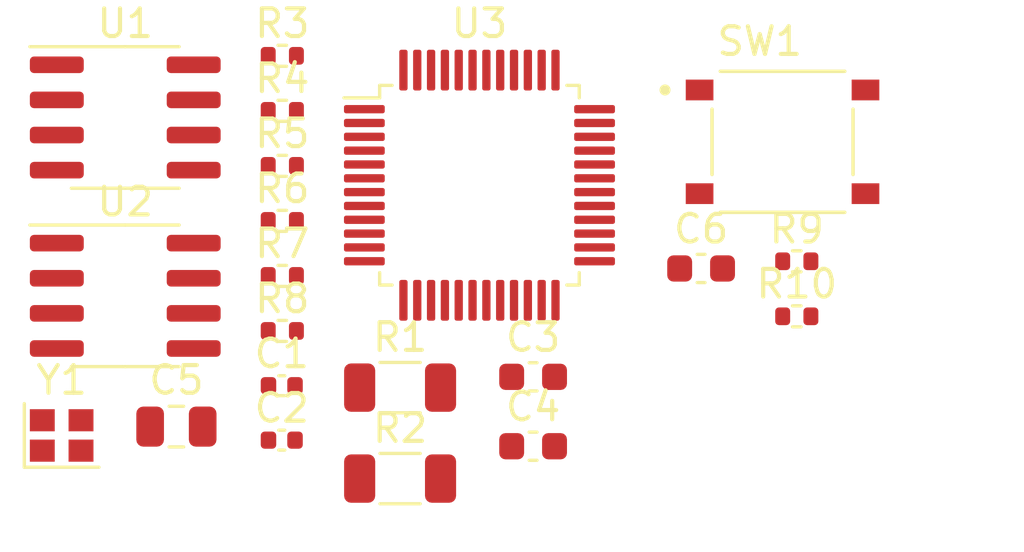
<source format=kicad_pcb>
(kicad_pcb (version 20221018) (generator pcbnew)
  (layers (0 "F.Cu" signal) (31 "B.Cu" signal) (34 "B.Paste" user) (35 "F.Paste" user) (36 "B.SilkS" user "B.Silkscreen") (37 "F.SilkS" user "F.Silkscreen") (38 "B.Mask" user) (39 "F.Mask" user) (44 "Edge.Cuts" user))
  (net 0 "")
  (net 1 "Earth")
  (net 2 "Net-(U3-PF0)")
  (net 3 "Net-(U3-PF1)")
  (net 4 "Net-(U3-VBAT)")
  (net 5 "Net-(U3-VREF+)")
  (net 6 "Net-(U1-CANL)")
  (net 7 "Net-(U1-CANH)")
  (net 8 "/FDCAN1_TX")
  (net 9 "Net-(U3-PD1)")
  (net 10 "Net-(U1-RXD)")
  (net 11 "/FDCAN1_RX")
  (net 12 "Net-(U2-RXD)")
  (net 13 "/FDCAN2_RX")
  (net 14 "Net-(U3-PB1)")
  (net 15 "/FDCAN2_TX")
  (net 16 "Net-(U3-PB10)")
  (net 17 "/FDCAN2_S")
  (net 18 "/FDCAN1_S")
  (net 19 "Net-(U3-PD3)")
  (net 29 "Net-(U3-PF2)")
  (net 51 "/SWDIO")
  (net 52 "/SWDCLK")
  (footprint "Capacitor_SMD:C_0402_1005Metric" (layer "F.Cu") (at 29.124 34.132)
    (fp_text reference "C1" (at 0 -1.16) (layer "F.SilkS"))
    (fp_text value "15p")
    (fp_line (start -0.107836 -0.36) (end 0.107836 -0.36) (stroke (width 0.12)) (layer "F.SilkS"))
    (fp_line (start -0.107836 0.36) (end 0.107836 0.36) (stroke (width 0.12)) (layer "F.SilkS"))
    (pad "1" smd roundrect (at -0.48 0) (size 0.56 0.62) (layers "F.Cu" "F.Paste" "F.Mask") (net 1 "Earth"))
    (pad "2" smd roundrect (at 0.48 0) (size 0.56 0.62) (layers "F.Cu" "F.Paste" "F.Mask") (net 2 "Net-(U3-PF0)"))
  )
  (footprint "Resistor_SMD:R_0402_1005Metric" (layer "F.Cu") (at 29.144 22.202)
    (fp_text reference "R3" (at 0 -1.17) (layer "F.SilkS"))
    (fp_text value "0")
    (fp_line (start -0.153641 -0.38) (end 0.153641 -0.38) (stroke (width 0.12)) (layer "F.SilkS"))
    (fp_line (start -0.153641 0.38) (end 0.153641 0.38) (stroke (width 0.12)) (layer "F.SilkS"))
    (pad "1" smd roundrect (at -0.51 0) (size 0.54 0.64) (layers "F.Cu" "F.Paste" "F.Mask") (net 8 "/FDCAN1_TX"))
    (pad "2" smd roundrect (at 0.51 0) (size 0.54 0.64) (layers "F.Cu" "F.Paste" "F.Mask") (net 9 "Net-(U3-PD1)"))
  )
  (footprint "Crystal:Crystal_SMD_2016-4Pin_2.0x1.6mm" (layer "F.Cu") (at 21.164 35.932)
    (fp_text reference "Y1" (at 0 -2) (layer "F.SilkS"))
    (fp_text value "40M")
    (fp_line (start -1.35 -1.15) (end -1.35 1.15) (stroke (width 0.12)) (layer "F.SilkS"))
    (fp_line (start -1.35 1.15) (end 1.35 1.15) (stroke (width 0.12)) (layer "F.SilkS"))
    (pad "1" smd rect (at -0.7 0.55) (size 0.9 0.8) (layers "F.Cu" "F.Paste" "F.Mask") (net 2 "Net-(U3-PF0)"))
    (pad "2" smd rect (at 0.7 0.55) (size 0.9 0.8) (layers "F.Cu" "F.Paste" "F.Mask") (net 1 "Earth"))
    (pad "3" smd rect (at 0.7 -0.55) (size 0.9 0.8) (layers "F.Cu" "F.Paste" "F.Mask") (net 3 "Net-(U3-PF1)"))
    (pad "4" smd rect (at -0.7 -0.55) (size 0.9 0.8) (layers "F.Cu" "F.Paste" "F.Mask") (net 1 "Earth"))
  )
  (footprint "Resistor_SMD:R_0402_1005Metric" (layer "F.Cu") (at 47.75 31.623)
    (fp_text reference "R10" (at 0 -1.17) (layer "F.SilkS"))
    (fp_text value "10k")
    (fp_line (start -0.153641 -0.38) (end 0.153641 -0.38) (stroke (width 0.12)) (layer "F.SilkS"))
    (fp_line (start -0.153641 0.38) (end 0.153641 0.38) (stroke (width 0.12)) (layer "F.SilkS"))
    (pad "1" smd roundrect (at -0.51 0) (size 0.54 0.64) (layers "F.Cu" "F.Paste" "F.Mask") (net 17 "/FDCAN2_S"))
    (pad "2" smd roundrect (at 0.51 0) (size 0.54 0.64) (layers "F.Cu" "F.Paste" "F.Mask") (net 1 "Earth"))
  )
  (footprint "Capacitor_SMD:C_0603_1608Metric" (layer "F.Cu") (at 38.214 33.812)
    (fp_text reference "C3" (at 0 -1.43) (layer "F.SilkS"))
    (fp_text value "100n")
    (fp_line (start -0.14058 -0.51) (end 0.14058 -0.51) (stroke (width 0.12)) (layer "F.SilkS"))
    (fp_line (start -0.14058 0.51) (end 0.14058 0.51) (stroke (width 0.12)) (layer "F.SilkS"))
    (pad "1" smd roundrect (at -0.775 0) (size 0.9 0.95) (layers "F.Cu" "F.Paste" "F.Mask") (net 1 "Earth"))
    (pad "2" smd roundrect (at 0.775 0) (size 0.9 0.95) (layers "F.Cu" "F.Paste" "F.Mask") (net 4 "Net-(U3-VBAT)"))
  )
  (footprint "Capacitor_SMD:C_0805_2012Metric" (layer "F.Cu") (at 25.314 35.612)
    (fp_text reference "C5" (at 0 -1.68) (layer "F.SilkS"))
    (fp_text value "4.7u")
    (fp_line (start -0.261252 -0.735) (end 0.261252 -0.735) (stroke (width 0.12)) (layer "F.SilkS"))
    (fp_line (start -0.261252 0.735) (end 0.261252 0.735) (stroke (width 0.12)) (layer "F.SilkS"))
    (pad "1" smd roundrect (at -0.95 0) (size 1 1.45) (layers "F.Cu" "F.Paste" "F.Mask") (net 1 "Earth"))
    (pad "2" smd roundrect (at 0.95 0) (size 1 1.45) (layers "F.Cu" "F.Paste" "F.Mask") (net 4 "Net-(U3-VBAT)"))
  )
  (footprint "Resistor_SMD:R_0402_1005Metric" (layer "F.Cu") (at 29.144 30.162)
    (fp_text reference "R7" (at 0 -1.17) (layer "F.SilkS"))
    (fp_text value "0")
    (fp_line (start -0.153641 -0.38) (end 0.153641 -0.38) (stroke (width 0.12)) (layer "F.SilkS"))
    (fp_line (start -0.153641 0.38) (end 0.153641 0.38) (stroke (width 0.12)) (layer "F.SilkS"))
    (pad "1" smd roundrect (at -0.51 0) (size 0.54 0.64) (layers "F.Cu" "F.Paste" "F.Mask") (net 16 "Net-(U3-PB10)"))
    (pad "2" smd roundrect (at 0.51 0) (size 0.54 0.64) (layers "F.Cu" "F.Paste" "F.Mask") (net 17 "/FDCAN2_S"))
  )
  (footprint "Resistor_SMD:R_0402_1005Metric" (layer "F.Cu") (at 29.144 26.182)
    (fp_text reference "R5" (at 0 -1.17) (layer "F.SilkS"))
    (fp_text value "0")
    (fp_line (start -0.153641 -0.38) (end 0.153641 -0.38) (stroke (width 0.12)) (layer "F.SilkS"))
    (fp_line (start -0.153641 0.38) (end 0.153641 0.38) (stroke (width 0.12)) (layer "F.SilkS"))
    (pad "1" smd roundrect (at -0.51 0) (size 0.54 0.64) (layers "F.Cu" "F.Paste" "F.Mask") (net 12 "Net-(U2-RXD)"))
    (pad "2" smd roundrect (at 0.51 0) (size 0.54 0.64) (layers "F.Cu" "F.Paste" "F.Mask") (net 13 "/FDCAN2_RX"))
  )
  (footprint "Capacitor_SMD:C_0402_1005Metric" (layer "F.Cu") (at 29.124 36.102)
    (fp_text reference "C2" (at 0 -1.16) (layer "F.SilkS"))
    (fp_text value "15p")
    (fp_line (start -0.107836 -0.36) (end 0.107836 -0.36) (stroke (width 0.12)) (layer "F.SilkS"))
    (fp_line (start -0.107836 0.36) (end 0.107836 0.36) (stroke (width 0.12)) (layer "F.SilkS"))
    (pad "1" smd roundrect (at -0.48 0) (size 0.56 0.62) (layers "F.Cu" "F.Paste" "F.Mask") (net 1 "Earth"))
    (pad "2" smd roundrect (at 0.48 0) (size 0.56 0.62) (layers "F.Cu" "F.Paste" "F.Mask") (net 3 "Net-(U3-PF1)"))
  )
  (footprint "Resistor_SMD:R_0402_1005Metric" (layer "F.Cu") (at 29.144 28.172)
    (fp_text reference "R6" (at 0 -1.17) (layer "F.SilkS"))
    (fp_text value "0")
    (fp_line (start -0.153641 -0.38) (end 0.153641 -0.38) (stroke (width 0.12)) (layer "F.SilkS"))
    (fp_line (start -0.153641 0.38) (end 0.153641 0.38) (stroke (width 0.12)) (layer "F.SilkS"))
    (pad "1" smd roundrect (at -0.51 0) (size 0.54 0.64) (layers "F.Cu" "F.Paste" "F.Mask") (net 14 "Net-(U3-PB1)"))
    (pad "2" smd roundrect (at 0.51 0) (size 0.54 0.64) (layers "F.Cu" "F.Paste" "F.Mask") (net 15 "/FDCAN2_TX"))
  )
  (footprint "Resistor_SMD:R_1206_3216Metric" (layer "F.Cu") (at 33.404 34.202)
    (fp_text reference "R1" (at 0 -1.82) (layer "F.SilkS"))
    (fp_text value "120")
    (fp_line (start -0.727064 -0.91) (end 0.727064 -0.91) (stroke (width 0.12)) (layer "F.SilkS"))
    (fp_line (start -0.727064 0.91) (end 0.727064 0.91) (stroke (width 0.12)) (layer "F.SilkS"))
    (pad "1" smd roundrect (at -1.4625 0) (size 1.125 1.75) (layers "F.Cu" "F.Paste" "F.Mask") (roundrect_rratio 0.222222) (net 6 "Net-(U1-CANL)"))
    (pad "2" smd roundrect (at 1.4625 0) (size 1.125 1.75) (layers "F.Cu" "F.Paste" "F.Mask") (roundrect_rratio 0.222222) (net 7 "Net-(U1-CANH)"))
  )
  (footprint "Resistor_SMD:R_0402_1005Metric" (layer "F.Cu") (at 29.144 24.192)
    (fp_text reference "R4" (at 0 -1.17) (layer "F.SilkS"))
    (fp_text value "0")
    (fp_line (start -0.153641 -0.38) (end 0.153641 -0.38) (stroke (width 0.12)) (layer "F.SilkS"))
    (fp_line (start -0.153641 0.38) (end 0.153641 0.38) (stroke (width 0.12)) (layer "F.SilkS"))
    (pad "1" smd roundrect (at -0.51 0) (size 0.54 0.64) (layers "F.Cu" "F.Paste" "F.Mask") (net 10 "Net-(U1-RXD)"))
    (pad "2" smd roundrect (at 0.51 0) (size 0.54 0.64) (layers "F.Cu" "F.Paste" "F.Mask") (net 11 "/FDCAN1_RX"))
  )
  (footprint "Package_SO:SOIC-8_3.9x4.9mm_P1.27mm" (layer "F.Cu") (at 23.464 24.432)
    (fp_text reference "U1" (at 0 -3.4) (layer "F.SilkS"))
    (fp_text value "MCP2558FD")
    (fp_line (start 0 -2.56) (end -3.45 -2.56) (stroke (width 0.12)) (layer "F.SilkS"))
    (fp_line (start 0 -2.56) (end 1.95 -2.56) (stroke (width 0.12)) (layer "F.SilkS"))
    (fp_line (start 0 2.56) (end -1.95 2.56) (stroke (width 0.12)) (layer "F.SilkS"))
    (fp_line (start 0 2.56) (end 1.95 2.56) (stroke (width 0.12)) (layer "F.SilkS"))
    (pad "1" smd roundrect (at -2.475 -1.905) (size 1.95 0.6) (layers "F.Cu" "F.Paste" "F.Mask") (net 8 "/FDCAN1_TX"))
    (pad "2" smd roundrect (at -2.475 -0.635) (size 1.95 0.6) (layers "F.Cu" "F.Paste" "F.Mask") (net 1 "Earth"))
    (pad "3" smd roundrect (at -2.475 0.635) (size 1.95 0.6) (layers "F.Cu" "F.Paste" "F.Mask"))
    (pad "4" smd roundrect (at -2.475 1.905) (size 1.95 0.6) (layers "F.Cu" "F.Paste" "F.Mask") (net 10 "Net-(U1-RXD)"))
    (pad "5" smd roundrect (at 2.475 1.905) (size 1.95 0.6) (layers "F.Cu" "F.Paste" "F.Mask"))
    (pad "6" smd roundrect (at 2.475 0.635) (size 1.95 0.6) (layers "F.Cu" "F.Paste" "F.Mask") (net 6 "Net-(U1-CANL)"))
    (pad "7" smd roundrect (at 2.475 -0.635) (size 1.95 0.6) (layers "F.Cu" "F.Paste" "F.Mask") (net 7 "Net-(U1-CANH)"))
    (pad "8" smd roundrect (at 2.475 -1.905) (size 1.95 0.6) (layers "F.Cu" "F.Paste" "F.Mask") (net 18 "/FDCAN1_S"))
  )
  (footprint "Package_QFP:LQFP-48_7x7mm_P0.5mm" (layer "F.Cu") (at 36.274 26.882)
    (fp_text reference "U3" (at 0 -5.85) (layer "F.SilkS"))
    (fp_text value "STM32G0B1")
    (fp_line (start -3.61 -3.61) (end -3.61 -3.16) (stroke (width 0.12)) (layer "F.SilkS"))
    (fp_line (start -3.61 -3.16) (end -4.9 -3.16) (stroke (width 0.12)) (layer "F.SilkS"))
    (fp_line (start -3.61 3.61) (end -3.61 3.16) (stroke (width 0.12)) (layer "F.SilkS"))
    (fp_line (start -3.16 -3.61) (end -3.61 -3.61) (stroke (width 0.12)) (layer "F.SilkS"))
    (fp_line (start -3.16 3.61) (end -3.61 3.61) (stroke (width 0.12)) (layer "F.SilkS"))
    (fp_line (start 3.16 -3.61) (end 3.61 -3.61) (stroke (width 0.12)) (layer "F.SilkS"))
    (fp_line (start 3.16 3.61) (end 3.61 3.61) (stroke (width 0.12)) (layer "F.SilkS"))
    (fp_line (start 3.61 -3.61) (end 3.61 -3.16) (stroke (width 0.12)) (layer "F.SilkS"))
    (fp_line (start 3.61 3.61) (end 3.61 3.16) (stroke (width 0.12)) (layer "F.SilkS"))
    (pad "1" smd roundrect (at -4.1625 -2.75) (size 1.475 0.3) (layers "F.Cu" "F.Paste" "F.Mask"))
    (pad "2" smd roundrect (at -4.1625 -2.25) (size 1.475 0.3) (layers "F.Cu" "F.Paste" "F.Mask"))
    (pad "3" smd roundrect (at -4.1625 -1.75) (size 1.475 0.3) (layers "F.Cu" "F.Paste" "F.Mask"))
    (pad "4" smd roundrect (at -4.1625 -1.25) (size 1.475 0.3) (layers "F.Cu" "F.Paste" "F.Mask") (net 4 "Net-(U3-VBAT)"))
    (pad "5" smd roundrect (at -4.1625 -0.75) (size 1.475 0.3) (layers "F.Cu" "F.Paste" "F.Mask") (net 5 "Net-(U3-VREF+)"))
    (pad "6" smd roundrect (at -4.1625 -0.25) (size 1.475 0.3) (layers "F.Cu" "F.Paste" "F.Mask") (net 4 "Net-(U3-VBAT)"))
    (pad "7" smd roundrect (at -4.1625 0.25) (size 1.475 0.3) (layers "F.Cu" "F.Paste" "F.Mask") (net 1 "Earth"))
    (pad "8" smd roundrect (at -4.1625 0.75) (size 1.475 0.3) (layers "F.Cu" "F.Paste" "F.Mask") (net 2 "Net-(U3-PF0)"))
    (pad "9" smd roundrect (at -4.1625 1.25) (size 1.475 0.3) (layers "F.Cu" "F.Paste" "F.Mask") (net 3 "Net-(U3-PF1)"))
    (pad "10" smd roundrect (at -4.1625 1.75) (size 1.475 0.3) (layers "F.Cu" "F.Paste" "F.Mask") (net 29 "Net-(U3-PF2)"))
    (pad "11" smd roundrect (at -4.1625 2.25) (size 1.475 0.3) (layers "F.Cu" "F.Paste" "F.Mask"))
    (pad "12" smd roundrect (at -4.1625 2.75) (size 1.475 0.3) (layers "F.Cu" "F.Paste" "F.Mask"))
    (pad "13" smd roundrect (at -2.75 4.1625) (size 0.3 1.475) (layers "F.Cu" "F.Paste" "F.Mask"))
    (pad "14" smd roundrect (at -2.25 4.1625) (size 0.3 1.475) (layers "F.Cu" "F.Paste" "F.Mask"))
    (pad "15" smd roundrect (at -1.75 4.1625) (size 0.3 1.475) (layers "F.Cu" "F.Paste" "F.Mask"))
    (pad "16" smd roundrect (at -1.25 4.1625) (size 0.3 1.475) (layers "F.Cu" "F.Paste" "F.Mask"))
    (pad "17" smd roundrect (at -0.75 4.1625) (size 0.3 1.475) (layers "F.Cu" "F.Paste" "F.Mask"))
    (pad "18" smd roundrect (at -0.25 4.1625) (size 0.3 1.475) (layers "F.Cu" "F.Paste" "F.Mask"))
    (pad "19" smd roundrect (at 0.25 4.1625) (size 0.3 1.475) (layers "F.Cu" "F.Paste" "F.Mask") (net 13 "/FDCAN2_RX"))
    (pad "20" smd roundrect (at 0.75 4.1625) (size 0.3 1.475) (layers "F.Cu" "F.Paste" "F.Mask") (net 14 "Net-(U3-PB1)"))
    (pad "21" smd roundrect (at 1.25 4.1625) (size 0.3 1.475) (layers "F.Cu" "F.Paste" "F.Mask"))
    (pad "22" smd roundrect (at 1.75 4.1625) (size 0.3 1.475) (layers "F.Cu" "F.Paste" "F.Mask") (net 16 "Net-(U3-PB10)"))
    (pad "23" smd roundrect (at 2.25 4.1625) (size 0.3 1.475) (layers "F.Cu" "F.Paste" "F.Mask"))
    (pad "24" smd roundrect (at 2.75 4.1625) (size 0.3 1.475) (layers "F.Cu" "F.Paste" "F.Mask"))
    (pad "25" smd roundrect (at 4.1625 2.75) (size 1.475 0.3) (layers "F.Cu" "F.Paste" "F.Mask"))
    (pad "26" smd roundrect (at 4.1625 2.25) (size 1.475 0.3) (layers "F.Cu" "F.Paste" "F.Mask"))
    (pad "27" smd roundrect (at 4.1625 1.75) (size 1.475 0.3) (layers "F.Cu" "F.Paste" "F.Mask"))
    (pad "28" smd roundrect (at 4.1625 1.25) (size 1.475 0.3) (layers "F.Cu" "F.Paste" "F.Mask"))
    (pad "29" smd roundrect (at 4.1625 0.75) (size 1.475 0.3) (layers "F.Cu" "F.Paste" "F.Mask"))
    (pad "30" smd roundrect (at 4.1625 0.25) (size 1.475 0.3) (layers "F.Cu" "F.Paste" "F.Mask"))
    (pad "31" smd roundrect (at 4.1625 -0.25) (size 1.475 0.3) (layers "F.Cu" "F.Paste" "F.Mask"))
    (pad "32" smd roundrect (at 4.1625 -0.75) (size 1.475 0.3) (layers "F.Cu" "F.Paste" "F.Mask"))
    (pad "33" smd roundrect (at 4.1625 -1.25) (size 1.475 0.3) (layers "F.Cu" "F.Paste" "F.Mask"))
    (pad "34" smd roundrect (at 4.1625 -1.75) (size 1.475 0.3) (layers "F.Cu" "F.Paste" "F.Mask"))
    (pad "35" smd roundrect (at 4.1625 -2.25) (size 1.475 0.3) (layers "F.Cu" "F.Paste" "F.Mask") (net 51 "/SWDIO"))
    (pad "36" smd roundrect (at 4.1625 -2.75) (size 1.475 0.3) (layers "F.Cu" "F.Paste" "F.Mask") (net 52 "/SWDCLK"))
    (pad "37" smd roundrect (at 2.75 -4.1625) (size 0.3 1.475) (layers "F.Cu" "F.Paste" "F.Mask"))
    (pad "38" smd roundrect (at 2.25 -4.1625) (size 0.3 1.475) (layers "F.Cu" "F.Paste" "F.Mask") (net 11 "/FDCAN1_RX"))
    (pad "39" smd roundrect (at 1.75 -4.1625) (size 0.3 1.475) (layers "F.Cu" "F.Paste" "F.Mask") (net 9 "Net-(U3-PD1)"))
    (pad "40" smd roundrect (at 1.25 -4.1625) (size 0.3 1.475) (layers "F.Cu" "F.Paste" "F.Mask"))
    (pad "41" smd roundrect (at 0.75 -4.1625) (size 0.3 1.475) (layers "F.Cu" "F.Paste" "F.Mask") (net 19 "Net-(U3-PD3)"))
    (pad "42" smd roundrect (at 0.25 -4.1625) (size 0.3 1.475) (layers "F.Cu" "F.Paste" "F.Mask"))
    (pad "43" smd roundrect (at -0.25 -4.1625) (size 0.3 1.475) (layers "F.Cu" "F.Paste" "F.Mask"))
    (pad "44" smd roundrect (at -0.75 -4.1625) (size 0.3 1.475) (layers "F.Cu" "F.Paste" "F.Mask"))
    (pad "45" smd roundrect (at -1.25 -4.1625) (size 0.3 1.475) (layers "F.Cu" "F.Paste" "F.Mask"))
    (pad "46" smd roundrect (at -1.75 -4.1625) (size 0.3 1.475) (layers "F.Cu" "F.Paste" "F.Mask"))
    (pad "47" smd roundrect (at -2.25 -4.1625) (size 0.3 1.475) (layers "F.Cu" "F.Paste" "F.Mask"))
    (pad "48" smd roundrect (at -2.75 -4.1625) (size 0.3 1.475) (layers "F.Cu" "F.Paste" "F.Mask"))
  )
  (footprint "Resistor_SMD:R_1206_3216Metric" (layer "F.Cu") (at 33.404 37.492)
    (fp_text reference "R2" (at 0 -1.82) (layer "F.SilkS"))
    (fp_text value "120")
    (fp_line (start -0.727064 -0.91) (end 0.727064 -0.91) (stroke (width 0.12)) (layer "F.SilkS"))
    (fp_line (start -0.727064 0.91) (end 0.727064 0.91) (stroke (width 0.12)) (layer "F.SilkS"))
    (pad "1" smd roundrect (at -1.4625 0) (size 1.125 1.75) (layers "F.Cu" "F.Paste" "F.Mask") (roundrect_rratio 0.222222) (net 6 "Net-(U1-CANL)"))
    (pad "2" smd roundrect (at 1.4625 0) (size 1.125 1.75) (layers "F.Cu" "F.Paste" "F.Mask") (roundrect_rratio 0.222222) (net 7 "Net-(U1-CANH)"))
  )
  (footprint "Capacitor_SMD:C_0603_1608Metric" (layer "F.Cu") (at 44.29 29.893)
    (fp_text reference "C6" (at 0 -1.43) (layer "F.SilkS"))
    (fp_text value "100n")
    (fp_line (start -0.14058 -0.51) (end 0.14058 -0.51) (stroke (width 0.12)) (layer "F.SilkS"))
    (fp_line (start -0.14058 0.51) (end 0.14058 0.51) (stroke (width 0.12)) (layer "F.SilkS"))
    (pad "1" smd roundrect (at -0.775 0) (size 0.9 0.95) (layers "F.Cu" "F.Paste" "F.Mask") (net 29 "Net-(U3-PF2)"))
    (pad "2" smd roundrect (at 0.775 0) (size 0.9 0.95) (layers "F.Cu" "F.Paste" "F.Mask") (net 1 "Earth"))
  )
  (footprint "Package_SO:SOIC-8_3.9x4.9mm_P1.27mm" (layer "F.Cu") (at 23.464 30.882)
    (fp_text reference "U2" (at 0 -3.4) (layer "F.SilkS"))
    (fp_text value "MCP2558FD")
    (fp_line (start 0 -2.56) (end -3.45 -2.56) (stroke (width 0.12)) (layer "F.SilkS"))
    (fp_line (start 0 -2.56) (end 1.95 -2.56) (stroke (width 0.12)) (layer "F.SilkS"))
    (fp_line (start 0 2.56) (end -1.95 2.56) (stroke (width 0.12)) (layer "F.SilkS"))
    (fp_line (start 0 2.56) (end 1.95 2.56) (stroke (width 0.12)) (layer "F.SilkS"))
    (pad "1" smd roundrect (at -2.475 -1.905) (size 1.95 0.6) (layers "F.Cu" "F.Paste" "F.Mask") (net 15 "/FDCAN2_TX"))
    (pad "2" smd roundrect (at -2.475 -0.635) (size 1.95 0.6) (layers "F.Cu" "F.Paste" "F.Mask") (net 1 "Earth"))
    (pad "3" smd roundrect (at -2.475 0.635) (size 1.95 0.6) (layers "F.Cu" "F.Paste" "F.Mask"))
    (pad "4" smd roundrect (at -2.475 1.905) (size 1.95 0.6) (layers "F.Cu" "F.Paste" "F.Mask") (net 12 "Net-(U2-RXD)"))
    (pad "5" smd roundrect (at 2.475 1.905) (size 1.95 0.6) (layers "F.Cu" "F.Paste" "F.Mask"))
    (pad "6" smd roundrect (at 2.475 0.635) (size 1.95 0.6) (layers "F.Cu" "F.Paste" "F.Mask"))
    (pad "7" smd roundrect (at 2.475 -0.635) (size 1.95 0.6) (layers "F.Cu" "F.Paste" "F.Mask"))
    (pad "8" smd roundrect (at 2.475 -1.905) (size 1.95 0.6) (layers "F.Cu" "F.Paste" "F.Mask") (net 17 "/FDCAN2_S"))
  )
  (footprint "Resistor_SMD:R_0402_1005Metric" (layer "F.Cu") (at 29.144 32.152)
    (fp_text reference "R8" (at 0 -1.17) (layer "F.SilkS"))
    (fp_text value "0")
    (fp_line (start -0.153641 -0.38) (end 0.153641 -0.38) (stroke (width 0.12)) (layer "F.SilkS"))
    (fp_line (start -0.153641 0.38) (end 0.153641 0.38) (stroke (width 0.12)) (layer "F.SilkS"))
    (pad "1" smd roundrect (at -0.51 0) (size 0.54 0.64) (layers "F.Cu" "F.Paste" "F.Mask") (net 18 "/FDCAN1_S"))
    (pad "2" smd roundrect (at 0.51 0) (size 0.54 0.64) (layers "F.Cu" "F.Paste" "F.Mask") (net 19 "Net-(U3-PD3)"))
  )
  (footprint "libdb:CMP-0011" (layer "F.Cu") (at 47.235 25.313)
    (fp_text reference "SW1" (at -0.825 -3.635) (layer "F.SilkS"))
    (fp_text value "SPST")
    (fp_line (start -2.55 -1.18) (end -2.55 1.18) (stroke (width 0.127)) (layer "F.SilkS"))
    (fp_line (start 2.25 -2.55) (end -2.25 -2.55) (stroke (width 0.127)) (layer "F.SilkS"))
    (fp_line (start 2.25 2.55) (end -2.25 2.55) (stroke (width 0.127)) (layer "F.SilkS"))
    (fp_line (start 2.55 1.18) (end 2.55 -1.18) (stroke (width 0.127)) (layer "F.SilkS"))
    (fp_circle (center -4.25 -1.875) (end -4.15 -1.875) (stroke (width 0.2)) (fill none) (layer "F.SilkS"))
    (pad "1" smd rect (at -3 -1.875) (size 1 0.75) (layers "F.Cu" "F.Paste" "F.Mask") (net 1 "Earth"))
    (pad "1" smd rect (at 3 -1.875) (size 1 0.75) (layers "F.Cu" "F.Paste" "F.Mask") (net 1 "Earth"))
    (pad "2" smd rect (at -3 1.875) (size 1 0.75) (layers "F.Cu" "F.Paste" "F.Mask") (net 29 "Net-(U3-PF2)"))
    (pad "2" smd rect (at 3 1.875) (size 1 0.75) (layers "F.Cu" "F.Paste" "F.Mask") (net 29 "Net-(U3-PF2)"))
  )
  (footprint "Capacitor_SMD:C_0603_1608Metric" (layer "F.Cu") (at 38.214 36.322)
    (fp_text reference "C4" (at 0 -1.43) (layer "F.SilkS"))
    (fp_text value "100n")
    (fp_line (start -0.14058 -0.51) (end 0.14058 -0.51) (stroke (width 0.12)) (layer "F.SilkS"))
    (fp_line (start -0.14058 0.51) (end 0.14058 0.51) (stroke (width 0.12)) (layer "F.SilkS"))
    (pad "1" smd roundrect (at -0.775 0) (size 0.9 0.95) (layers "F.Cu" "F.Paste" "F.Mask") (net 1 "Earth"))
    (pad "2" smd roundrect (at 0.775 0) (size 0.9 0.95) (layers "F.Cu" "F.Paste" "F.Mask") (net 5 "Net-(U3-VREF+)"))
  )
  (footprint "Resistor_SMD:R_0402_1005Metric" (layer "F.Cu") (at 47.75 29.633)
    (fp_text reference "R9" (at 0 -1.17) (layer "F.SilkS"))
    (fp_text value "10k")
    (fp_line (start -0.153641 -0.38) (end 0.153641 -0.38) (stroke (width 0.12)) (layer "F.SilkS"))
    (fp_line (start -0.153641 0.38) (end 0.153641 0.38) (stroke (width 0.12)) (layer "F.SilkS"))
    (pad "1" smd roundrect (at -0.51 0) (size 0.54 0.64) (layers "F.Cu" "F.Paste" "F.Mask") (net 18 "/FDCAN1_S"))
    (pad "2" smd roundrect (at 0.51 0) (size 0.54 0.64) (layers "F.Cu" "F.Paste" "F.Mask") (net 1 "Earth"))
  )
)
</source>
